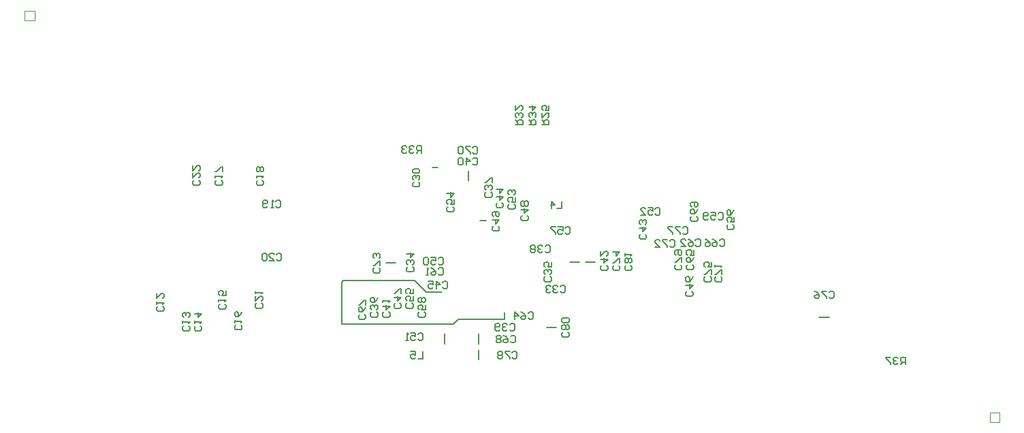
<source format=gbo>
G04 Layer_Color=32896*
%FSLAX42Y42*%
%MOMM*%
G71*
G01*
G75*
%ADD54C,0.20*%
%ADD58C,0.20*%
%ADD104C,0.10*%
D54*
X5505Y4105D02*
X5575D01*
X5660Y1920D02*
Y2040D01*
X6100Y3450D02*
X6180D01*
X5430Y2560D02*
X5630D01*
X5290Y2700D02*
X5430Y2560D01*
X4400Y2700D02*
X5290D01*
X4380Y2680D02*
X4400Y2700D01*
X4380Y2160D02*
Y2680D01*
Y2160D02*
X5770D01*
X5830Y2220D01*
X6407D01*
X6409Y2221D01*
Y2308D01*
X5960Y3950D02*
Y4070D01*
X7410Y2930D02*
X7530D01*
X7220D02*
X7340D01*
X4930Y2920D02*
X5050D01*
X6080Y1720D02*
Y1840D01*
Y1920D02*
Y2040D01*
X6930Y2120D02*
X7050D01*
X10320Y2250D02*
X10440D01*
X6708Y4641D02*
X6798D01*
Y4686D01*
X6783Y4701D01*
X6753D01*
X6738Y4686D01*
Y4641D01*
Y4671D02*
X6708Y4701D01*
X6783Y4731D02*
X6798Y4746D01*
Y4776D01*
X6783Y4791D01*
X6768D01*
X6753Y4776D01*
Y4761D01*
Y4776D01*
X6738Y4791D01*
X6723D01*
X6708Y4776D01*
Y4746D01*
X6723Y4731D01*
X6708Y4866D02*
X6798D01*
X6753Y4821D01*
Y4881D01*
X5370Y4290D02*
Y4380D01*
X5325D01*
X5310Y4365D01*
Y4335D01*
X5325Y4320D01*
X5370D01*
X5340D02*
X5310Y4290D01*
X5280Y4365D02*
X5265Y4380D01*
X5235D01*
X5220Y4365D01*
Y4350D01*
X5235Y4335D01*
X5250D01*
X5235D01*
X5220Y4320D01*
Y4305D01*
X5235Y4290D01*
X5265D01*
X5280Y4305D01*
X5190Y4365D02*
X5175Y4380D01*
X5145D01*
X5130Y4365D01*
Y4350D01*
X5145Y4335D01*
X5160D01*
X5145D01*
X5130Y4320D01*
Y4305D01*
X5145Y4290D01*
X5175D01*
X5190Y4305D01*
X6540Y4640D02*
X6630D01*
Y4685D01*
X6615Y4700D01*
X6585D01*
X6570Y4685D01*
Y4640D01*
Y4670D02*
X6540Y4700D01*
X6615Y4730D02*
X6630Y4745D01*
Y4775D01*
X6615Y4790D01*
X6600D01*
X6585Y4775D01*
Y4760D01*
Y4775D01*
X6570Y4790D01*
X6555D01*
X6540Y4775D01*
Y4745D01*
X6555Y4730D01*
X6540Y4880D02*
Y4820D01*
X6600Y4880D01*
X6615D01*
X6630Y4865D01*
Y4835D01*
X6615Y4820D01*
X6870Y4640D02*
X6960D01*
Y4685D01*
X6945Y4700D01*
X6915D01*
X6900Y4685D01*
Y4640D01*
Y4670D02*
X6870Y4700D01*
Y4790D02*
Y4730D01*
X6930Y4790D01*
X6945D01*
X6960Y4775D01*
Y4745D01*
X6945Y4730D01*
X6960Y4880D02*
Y4820D01*
X6915D01*
X6930Y4850D01*
Y4865D01*
X6915Y4880D01*
X6885D01*
X6870Y4865D01*
Y4835D01*
X6885Y4820D01*
X5390Y1820D02*
Y1730D01*
X5330D01*
X5240Y1820D02*
X5300D01*
Y1775D01*
X5270Y1790D01*
X5255D01*
X5240Y1775D01*
Y1745D01*
X5255Y1730D01*
X5285D01*
X5300Y1745D01*
X7975Y2890D02*
X7990Y2875D01*
Y2845D01*
X7975Y2830D01*
X7915D01*
X7900Y2845D01*
Y2875D01*
X7915Y2890D01*
X7975Y2920D02*
X7990Y2935D01*
Y2965D01*
X7975Y2980D01*
X7960D01*
X7945Y2965D01*
X7930Y2980D01*
X7915D01*
X7900Y2965D01*
Y2935D01*
X7915Y2920D01*
X7930D01*
X7945Y2935D01*
X7960Y2920D01*
X7975D01*
X7945Y2935D02*
Y2965D01*
X7900Y3010D02*
Y3040D01*
Y3025D01*
X7990D01*
X7975Y3010D01*
X7195Y2060D02*
X7210Y2045D01*
Y2015D01*
X7195Y2000D01*
X7135D01*
X7120Y2015D01*
Y2045D01*
X7135Y2060D01*
X7195Y2090D02*
X7210Y2105D01*
Y2135D01*
X7195Y2150D01*
X7180D01*
X7165Y2135D01*
X7150Y2150D01*
X7135D01*
X7120Y2135D01*
Y2105D01*
X7135Y2090D01*
X7150D01*
X7165Y2105D01*
X7180Y2090D01*
X7195D01*
X7165Y2105D02*
Y2135D01*
X7195Y2180D02*
X7210Y2195D01*
Y2225D01*
X7195Y2240D01*
X7135D01*
X7120Y2225D01*
Y2195D01*
X7135Y2180D01*
X7195D01*
X8595Y2900D02*
X8610Y2885D01*
Y2855D01*
X8595Y2840D01*
X8535D01*
X8520Y2855D01*
Y2885D01*
X8535Y2900D01*
X8610Y2930D02*
Y2990D01*
X8595D01*
X8535Y2930D01*
X8520D01*
X8535Y3020D02*
X8520Y3035D01*
Y3065D01*
X8535Y3080D01*
X8595D01*
X8610Y3065D01*
Y3035D01*
X8595Y3020D01*
X8580D01*
X8565Y3035D01*
Y3080D01*
X6500Y1805D02*
X6515Y1820D01*
X6545D01*
X6560Y1805D01*
Y1745D01*
X6545Y1730D01*
X6515D01*
X6500Y1745D01*
X6470Y1820D02*
X6410D01*
Y1805D01*
X6470Y1745D01*
Y1730D01*
X6380Y1805D02*
X6365Y1820D01*
X6335D01*
X6320Y1805D01*
Y1790D01*
X6335Y1775D01*
X6320Y1760D01*
Y1745D01*
X6335Y1730D01*
X6365D01*
X6380Y1745D01*
Y1760D01*
X6365Y1775D01*
X6380Y1790D01*
Y1805D01*
X6365Y1775D02*
X6335D01*
X8620Y3355D02*
X8635Y3370D01*
X8665D01*
X8680Y3355D01*
Y3295D01*
X8665Y3280D01*
X8635D01*
X8620Y3295D01*
X8590Y3370D02*
X8530D01*
Y3355D01*
X8590Y3295D01*
Y3280D01*
X8500Y3370D02*
X8440D01*
Y3355D01*
X8500Y3295D01*
Y3280D01*
X10440Y2556D02*
X10455Y2571D01*
X10485D01*
X10500Y2556D01*
Y2496D01*
X10485Y2481D01*
X10455D01*
X10440Y2496D01*
X10410Y2571D02*
X10350D01*
Y2556D01*
X10410Y2496D01*
Y2481D01*
X10260Y2571D02*
X10290Y2556D01*
X10320Y2526D01*
Y2496D01*
X10305Y2481D01*
X10275D01*
X10260Y2496D01*
Y2511D01*
X10275Y2526D01*
X10320D01*
X8965Y2750D02*
X8980Y2735D01*
Y2705D01*
X8965Y2690D01*
X8905D01*
X8890Y2705D01*
Y2735D01*
X8905Y2750D01*
X8980Y2780D02*
Y2840D01*
X8965D01*
X8905Y2780D01*
X8890D01*
X8980Y2930D02*
Y2870D01*
X8935D01*
X8950Y2900D01*
Y2915D01*
X8935Y2930D01*
X8905D01*
X8890Y2915D01*
Y2885D01*
X8905Y2870D01*
X7825Y2890D02*
X7840Y2875D01*
Y2845D01*
X7825Y2830D01*
X7765D01*
X7750Y2845D01*
Y2875D01*
X7765Y2890D01*
X7840Y2920D02*
Y2980D01*
X7825D01*
X7765Y2920D01*
X7750D01*
Y3055D02*
X7840D01*
X7795Y3010D01*
Y3070D01*
X4845Y2860D02*
X4860Y2845D01*
Y2815D01*
X4845Y2800D01*
X4785D01*
X4770Y2815D01*
Y2845D01*
X4785Y2860D01*
X4860Y2890D02*
Y2950D01*
X4845D01*
X4785Y2890D01*
X4770D01*
X4845Y2980D02*
X4860Y2995D01*
Y3025D01*
X4845Y3040D01*
X4830D01*
X4815Y3025D01*
Y3010D01*
Y3025D01*
X4800Y3040D01*
X4785D01*
X4770Y3025D01*
Y2995D01*
X4785Y2980D01*
X8460Y3195D02*
X8475Y3210D01*
X8505D01*
X8520Y3195D01*
Y3135D01*
X8505Y3120D01*
X8475D01*
X8460Y3135D01*
X8430Y3210D02*
X8370D01*
Y3195D01*
X8430Y3135D01*
Y3120D01*
X8280D02*
X8340D01*
X8280Y3180D01*
Y3195D01*
X8295Y3210D01*
X8325D01*
X8340Y3195D01*
X9095Y2750D02*
X9110Y2735D01*
Y2705D01*
X9095Y2690D01*
X9035D01*
X9020Y2705D01*
Y2735D01*
X9035Y2750D01*
X9110Y2780D02*
Y2840D01*
X9095D01*
X9035Y2780D01*
X9020D01*
Y2870D02*
Y2900D01*
Y2885D01*
X9110D01*
X9095Y2870D01*
X6010Y4355D02*
X6025Y4370D01*
X6055D01*
X6070Y4355D01*
Y4295D01*
X6055Y4280D01*
X6025D01*
X6010Y4295D01*
X5980Y4370D02*
X5920D01*
Y4355D01*
X5980Y4295D01*
Y4280D01*
X5890Y4355D02*
X5875Y4370D01*
X5845D01*
X5830Y4355D01*
Y4295D01*
X5845Y4280D01*
X5875D01*
X5890Y4295D01*
Y4355D01*
X8795Y3500D02*
X8810Y3485D01*
Y3455D01*
X8795Y3440D01*
X8735D01*
X8720Y3455D01*
Y3485D01*
X8735Y3500D01*
X8810Y3590D02*
X8795Y3560D01*
X8765Y3530D01*
X8735D01*
X8720Y3545D01*
Y3575D01*
X8735Y3590D01*
X8750D01*
X8765Y3575D01*
Y3530D01*
X8735Y3620D02*
X8720Y3635D01*
Y3665D01*
X8735Y3680D01*
X8795D01*
X8810Y3665D01*
Y3635D01*
X8795Y3620D01*
X8780D01*
X8765Y3635D01*
Y3680D01*
X6480Y2005D02*
X6495Y2020D01*
X6525D01*
X6540Y2005D01*
Y1945D01*
X6525Y1930D01*
X6495D01*
X6480Y1945D01*
X6390Y2020D02*
X6420Y2005D01*
X6450Y1975D01*
Y1945D01*
X6435Y1930D01*
X6405D01*
X6390Y1945D01*
Y1960D01*
X6405Y1975D01*
X6450D01*
X6360Y2005D02*
X6345Y2020D01*
X6315D01*
X6300Y2005D01*
Y1990D01*
X6315Y1975D01*
X6300Y1960D01*
Y1945D01*
X6315Y1930D01*
X6345D01*
X6360Y1945D01*
Y1960D01*
X6345Y1975D01*
X6360Y1990D01*
Y2005D01*
X6345Y1975D02*
X6315D01*
X4665Y2280D02*
X4680Y2265D01*
Y2235D01*
X4665Y2220D01*
X4605D01*
X4590Y2235D01*
Y2265D01*
X4605Y2280D01*
X4680Y2370D02*
X4665Y2340D01*
X4635Y2310D01*
X4605D01*
X4590Y2325D01*
Y2355D01*
X4605Y2370D01*
X4620D01*
X4635Y2355D01*
Y2310D01*
X4680Y2400D02*
Y2460D01*
X4665D01*
X4605Y2400D01*
X4590D01*
X9080Y3205D02*
X9095Y3220D01*
X9125D01*
X9140Y3205D01*
Y3145D01*
X9125Y3130D01*
X9095D01*
X9080Y3145D01*
X8990Y3220D02*
X9020Y3205D01*
X9050Y3175D01*
Y3145D01*
X9035Y3130D01*
X9005D01*
X8990Y3145D01*
Y3160D01*
X9005Y3175D01*
X9050D01*
X8900Y3220D02*
X8930Y3205D01*
X8960Y3175D01*
Y3145D01*
X8945Y3130D01*
X8915D01*
X8900Y3145D01*
Y3160D01*
X8915Y3175D01*
X8960D01*
X8745Y2900D02*
X8760Y2885D01*
Y2855D01*
X8745Y2840D01*
X8685D01*
X8670Y2855D01*
Y2885D01*
X8685Y2900D01*
X8760Y2990D02*
X8745Y2960D01*
X8715Y2930D01*
X8685D01*
X8670Y2945D01*
Y2975D01*
X8685Y2990D01*
X8700D01*
X8715Y2975D01*
Y2930D01*
X8760Y3080D02*
Y3020D01*
X8715D01*
X8730Y3050D01*
Y3065D01*
X8715Y3080D01*
X8685D01*
X8670Y3065D01*
Y3035D01*
X8685Y3020D01*
X6700Y2295D02*
X6715Y2310D01*
X6745D01*
X6760Y2295D01*
Y2235D01*
X6745Y2220D01*
X6715D01*
X6700Y2235D01*
X6610Y2310D02*
X6640Y2295D01*
X6670Y2265D01*
Y2235D01*
X6655Y2220D01*
X6625D01*
X6610Y2235D01*
Y2250D01*
X6625Y2265D01*
X6670D01*
X6535Y2220D02*
Y2310D01*
X6580Y2265D01*
X6520D01*
X8780Y3205D02*
X8795Y3220D01*
X8825D01*
X8840Y3205D01*
Y3145D01*
X8825Y3130D01*
X8795D01*
X8780Y3145D01*
X8690Y3220D02*
X8720Y3205D01*
X8750Y3175D01*
Y3145D01*
X8735Y3130D01*
X8705D01*
X8690Y3145D01*
Y3160D01*
X8705Y3175D01*
X8750D01*
X8600Y3130D02*
X8660D01*
X8600Y3190D01*
Y3205D01*
X8615Y3220D01*
X8645D01*
X8660Y3205D01*
X5580Y2845D02*
X5595Y2860D01*
X5625D01*
X5640Y2845D01*
Y2785D01*
X5625Y2770D01*
X5595D01*
X5580Y2785D01*
X5490Y2860D02*
X5520Y2845D01*
X5550Y2815D01*
Y2785D01*
X5535Y2770D01*
X5505D01*
X5490Y2785D01*
Y2800D01*
X5505Y2815D01*
X5550D01*
X5460Y2770D02*
X5430D01*
X5445D01*
Y2860D01*
X5460Y2845D01*
X9060Y3535D02*
X9075Y3550D01*
X9105D01*
X9120Y3535D01*
Y3475D01*
X9105Y3460D01*
X9075D01*
X9060Y3475D01*
X8970Y3550D02*
X9030D01*
Y3505D01*
X9000Y3520D01*
X8985D01*
X8970Y3505D01*
Y3475D01*
X8985Y3460D01*
X9015D01*
X9030Y3475D01*
X8940D02*
X8925Y3460D01*
X8895D01*
X8880Y3475D01*
Y3535D01*
X8895Y3550D01*
X8925D01*
X8940Y3535D01*
Y3520D01*
X8925Y3505D01*
X8880D01*
X5405Y2310D02*
X5420Y2295D01*
Y2265D01*
X5405Y2250D01*
X5345D01*
X5330Y2265D01*
Y2295D01*
X5345Y2310D01*
X5420Y2400D02*
Y2340D01*
X5375D01*
X5390Y2370D01*
Y2385D01*
X5375Y2400D01*
X5345D01*
X5330Y2385D01*
Y2355D01*
X5345Y2340D01*
X5405Y2430D02*
X5420Y2445D01*
Y2475D01*
X5405Y2490D01*
X5390D01*
X5375Y2475D01*
X5360Y2490D01*
X5345D01*
X5330Y2475D01*
Y2445D01*
X5345Y2430D01*
X5360D01*
X5375Y2445D01*
X5390Y2430D01*
X5405D01*
X5375Y2445D02*
Y2475D01*
X7160Y3355D02*
X7175Y3370D01*
X7205D01*
X7220Y3355D01*
Y3295D01*
X7205Y3280D01*
X7175D01*
X7160Y3295D01*
X7070Y3370D02*
X7130D01*
Y3325D01*
X7100Y3340D01*
X7085D01*
X7070Y3325D01*
Y3295D01*
X7085Y3280D01*
X7115D01*
X7130Y3295D01*
X7040Y3370D02*
X6980D01*
Y3355D01*
X7040Y3295D01*
Y3280D01*
X9245Y3400D02*
X9260Y3385D01*
Y3355D01*
X9245Y3340D01*
X9185D01*
X9170Y3355D01*
Y3385D01*
X9185Y3400D01*
X9260Y3490D02*
Y3430D01*
X9215D01*
X9230Y3460D01*
Y3475D01*
X9215Y3490D01*
X9185D01*
X9170Y3475D01*
Y3445D01*
X9185Y3430D01*
X9260Y3580D02*
X9245Y3550D01*
X9215Y3520D01*
X9185D01*
X9170Y3535D01*
Y3565D01*
X9185Y3580D01*
X9200D01*
X9215Y3565D01*
Y3520D01*
X5255Y2420D02*
X5270Y2405D01*
Y2375D01*
X5255Y2360D01*
X5195D01*
X5180Y2375D01*
Y2405D01*
X5195Y2420D01*
X5270Y2510D02*
Y2450D01*
X5225D01*
X5240Y2480D01*
Y2495D01*
X5225Y2510D01*
X5195D01*
X5180Y2495D01*
Y2465D01*
X5195Y2450D01*
X5270Y2600D02*
Y2540D01*
X5225D01*
X5240Y2570D01*
Y2585D01*
X5225Y2600D01*
X5195D01*
X5180Y2585D01*
Y2555D01*
X5195Y2540D01*
X5765Y3620D02*
X5780Y3605D01*
Y3575D01*
X5765Y3560D01*
X5705D01*
X5690Y3575D01*
Y3605D01*
X5705Y3620D01*
X5780Y3710D02*
Y3650D01*
X5735D01*
X5750Y3680D01*
Y3695D01*
X5735Y3710D01*
X5705D01*
X5690Y3695D01*
Y3665D01*
X5705Y3650D01*
X5690Y3785D02*
X5780D01*
X5735Y3740D01*
Y3800D01*
X6525Y3650D02*
X6540Y3635D01*
Y3605D01*
X6525Y3590D01*
X6465D01*
X6450Y3605D01*
Y3635D01*
X6465Y3650D01*
X6540Y3740D02*
Y3680D01*
X6495D01*
X6510Y3710D01*
Y3725D01*
X6495Y3740D01*
X6465D01*
X6450Y3725D01*
Y3695D01*
X6465Y3680D01*
X6525Y3770D02*
X6540Y3785D01*
Y3815D01*
X6525Y3830D01*
X6510D01*
X6495Y3815D01*
Y3800D01*
Y3815D01*
X6480Y3830D01*
X6465D01*
X6450Y3815D01*
Y3785D01*
X6465Y3770D01*
X8280Y3595D02*
X8295Y3610D01*
X8325D01*
X8340Y3595D01*
Y3535D01*
X8325Y3520D01*
X8295D01*
X8280Y3535D01*
X8190Y3610D02*
X8250D01*
Y3565D01*
X8220Y3580D01*
X8205D01*
X8190Y3565D01*
Y3535D01*
X8205Y3520D01*
X8235D01*
X8250Y3535D01*
X8100Y3520D02*
X8160D01*
X8100Y3580D01*
Y3595D01*
X8115Y3610D01*
X8145D01*
X8160Y3595D01*
X5330Y2035D02*
X5345Y2050D01*
X5375D01*
X5390Y2035D01*
Y1975D01*
X5375Y1960D01*
X5345D01*
X5330Y1975D01*
X5240Y2050D02*
X5300D01*
Y2005D01*
X5270Y2020D01*
X5255D01*
X5240Y2005D01*
Y1975D01*
X5255Y1960D01*
X5285D01*
X5300Y1975D01*
X5210Y1960D02*
X5180D01*
X5195D01*
Y2050D01*
X5210Y2035D01*
X5580Y2975D02*
X5595Y2990D01*
X5625D01*
X5640Y2975D01*
Y2915D01*
X5625Y2900D01*
X5595D01*
X5580Y2915D01*
X5490Y2990D02*
X5550D01*
Y2945D01*
X5520Y2960D01*
X5505D01*
X5490Y2945D01*
Y2915D01*
X5505Y2900D01*
X5535D01*
X5550Y2915D01*
X5460Y2975D02*
X5445Y2990D01*
X5415D01*
X5400Y2975D01*
Y2915D01*
X5415Y2900D01*
X5445D01*
X5460Y2915D01*
Y2975D01*
X6326Y3378D02*
X6341Y3363D01*
Y3333D01*
X6326Y3318D01*
X6266D01*
X6251Y3333D01*
Y3363D01*
X6266Y3378D01*
X6251Y3453D02*
X6341D01*
X6296Y3408D01*
Y3468D01*
X6266Y3498D02*
X6251Y3513D01*
Y3543D01*
X6266Y3558D01*
X6326D01*
X6341Y3543D01*
Y3513D01*
X6326Y3498D01*
X6311D01*
X6296Y3513D01*
Y3558D01*
X6685Y3510D02*
X6700Y3495D01*
Y3465D01*
X6685Y3450D01*
X6625D01*
X6610Y3465D01*
Y3495D01*
X6625Y3510D01*
X6610Y3585D02*
X6700D01*
X6655Y3540D01*
Y3600D01*
X6685Y3630D02*
X6700Y3645D01*
Y3675D01*
X6685Y3690D01*
X6670D01*
X6655Y3675D01*
X6640Y3690D01*
X6625D01*
X6610Y3675D01*
Y3645D01*
X6625Y3630D01*
X6640D01*
X6655Y3645D01*
X6670Y3630D01*
X6685D01*
X6655Y3645D02*
Y3675D01*
X5105Y2420D02*
X5120Y2405D01*
Y2375D01*
X5105Y2360D01*
X5045D01*
X5030Y2375D01*
Y2405D01*
X5045Y2420D01*
X5030Y2495D02*
X5120D01*
X5075Y2450D01*
Y2510D01*
X5120Y2540D02*
Y2600D01*
X5105D01*
X5045Y2540D01*
X5030D01*
X8735Y2570D02*
X8750Y2555D01*
Y2525D01*
X8735Y2510D01*
X8675D01*
X8660Y2525D01*
Y2555D01*
X8675Y2570D01*
X8660Y2645D02*
X8750D01*
X8705Y2600D01*
Y2660D01*
X8750Y2750D02*
X8735Y2720D01*
X8705Y2690D01*
X8675D01*
X8660Y2705D01*
Y2735D01*
X8675Y2750D01*
X8690D01*
X8705Y2735D01*
Y2690D01*
X5638Y2680D02*
X5653Y2695D01*
X5683D01*
X5698Y2680D01*
Y2620D01*
X5683Y2605D01*
X5653D01*
X5638Y2620D01*
X5563Y2605D02*
Y2695D01*
X5608Y2650D01*
X5548D01*
X5458Y2695D02*
X5518D01*
Y2650D01*
X5488Y2665D01*
X5473D01*
X5458Y2650D01*
Y2620D01*
X5473Y2605D01*
X5503D01*
X5518Y2620D01*
X6375Y3670D02*
X6390Y3655D01*
Y3625D01*
X6375Y3610D01*
X6315D01*
X6300Y3625D01*
Y3655D01*
X6315Y3670D01*
X6300Y3745D02*
X6390D01*
X6345Y3700D01*
Y3760D01*
X6300Y3835D02*
X6390D01*
X6345Y3790D01*
Y3850D01*
X8155Y3280D02*
X8170Y3265D01*
Y3235D01*
X8155Y3220D01*
X8095D01*
X8080Y3235D01*
Y3265D01*
X8095Y3280D01*
X8080Y3355D02*
X8170D01*
X8125Y3310D01*
Y3370D01*
X8155Y3400D02*
X8170Y3415D01*
Y3445D01*
X8155Y3460D01*
X8140D01*
X8125Y3445D01*
Y3430D01*
Y3445D01*
X8110Y3460D01*
X8095D01*
X8080Y3445D01*
Y3415D01*
X8095Y3400D01*
X7675Y2890D02*
X7690Y2875D01*
Y2845D01*
X7675Y2830D01*
X7615D01*
X7600Y2845D01*
Y2875D01*
X7615Y2890D01*
X7600Y2965D02*
X7690D01*
X7645Y2920D01*
Y2980D01*
X7600Y3070D02*
Y3010D01*
X7660Y3070D01*
X7675D01*
X7690Y3055D01*
Y3025D01*
X7675Y3010D01*
X4965Y2310D02*
X4980Y2295D01*
Y2265D01*
X4965Y2250D01*
X4905D01*
X4890Y2265D01*
Y2295D01*
X4905Y2310D01*
X4890Y2385D02*
X4980D01*
X4935Y2340D01*
Y2400D01*
X4890Y2430D02*
Y2460D01*
Y2445D01*
X4980D01*
X4965Y2430D01*
X6010Y4215D02*
X6025Y4230D01*
X6055D01*
X6070Y4215D01*
Y4155D01*
X6055Y4140D01*
X6025D01*
X6010Y4155D01*
X5935Y4140D02*
Y4230D01*
X5980Y4185D01*
X5920D01*
X5890Y4215D02*
X5875Y4230D01*
X5845D01*
X5830Y4215D01*
Y4155D01*
X5845Y4140D01*
X5875D01*
X5890Y4155D01*
Y4215D01*
X6470Y2155D02*
X6485Y2170D01*
X6515D01*
X6530Y2155D01*
Y2095D01*
X6515Y2080D01*
X6485D01*
X6470Y2095D01*
X6440Y2155D02*
X6425Y2170D01*
X6395D01*
X6380Y2155D01*
Y2140D01*
X6395Y2125D01*
X6410D01*
X6395D01*
X6380Y2110D01*
Y2095D01*
X6395Y2080D01*
X6425D01*
X6440Y2095D01*
X6350D02*
X6335Y2080D01*
X6305D01*
X6290Y2095D01*
Y2155D01*
X6305Y2170D01*
X6335D01*
X6350Y2155D01*
Y2140D01*
X6335Y2125D01*
X6290D01*
X6910Y3125D02*
X6925Y3140D01*
X6955D01*
X6970Y3125D01*
Y3065D01*
X6955Y3050D01*
X6925D01*
X6910Y3065D01*
X6880Y3125D02*
X6865Y3140D01*
X6835D01*
X6820Y3125D01*
Y3110D01*
X6835Y3095D01*
X6850D01*
X6835D01*
X6820Y3080D01*
Y3065D01*
X6835Y3050D01*
X6865D01*
X6880Y3065D01*
X6790Y3125D02*
X6775Y3140D01*
X6745D01*
X6730Y3125D01*
Y3110D01*
X6745Y3095D01*
X6730Y3080D01*
Y3065D01*
X6745Y3050D01*
X6775D01*
X6790Y3065D01*
Y3080D01*
X6775Y3095D01*
X6790Y3110D01*
Y3125D01*
X6775Y3095D02*
X6745D01*
X6235Y3800D02*
X6250Y3785D01*
Y3755D01*
X6235Y3740D01*
X6175D01*
X6160Y3755D01*
Y3785D01*
X6175Y3800D01*
X6235Y3830D02*
X6250Y3845D01*
Y3875D01*
X6235Y3890D01*
X6220D01*
X6205Y3875D01*
Y3860D01*
Y3875D01*
X6190Y3890D01*
X6175D01*
X6160Y3875D01*
Y3845D01*
X6175Y3830D01*
X6250Y3920D02*
Y3980D01*
X6235D01*
X6175Y3920D01*
X6160D01*
X4815Y2310D02*
X4830Y2295D01*
Y2265D01*
X4815Y2250D01*
X4755D01*
X4740Y2265D01*
Y2295D01*
X4755Y2310D01*
X4815Y2340D02*
X4830Y2355D01*
Y2385D01*
X4815Y2400D01*
X4800D01*
X4785Y2385D01*
Y2370D01*
Y2385D01*
X4770Y2400D01*
X4755D01*
X4740Y2385D01*
Y2355D01*
X4755Y2340D01*
X4830Y2490D02*
X4815Y2460D01*
X4785Y2430D01*
X4755D01*
X4740Y2445D01*
Y2475D01*
X4755Y2490D01*
X4770D01*
X4785Y2475D01*
Y2430D01*
X6975Y2750D02*
X6990Y2735D01*
Y2705D01*
X6975Y2690D01*
X6915D01*
X6900Y2705D01*
Y2735D01*
X6915Y2750D01*
X6975Y2780D02*
X6990Y2795D01*
Y2825D01*
X6975Y2840D01*
X6960D01*
X6945Y2825D01*
Y2810D01*
Y2825D01*
X6930Y2840D01*
X6915D01*
X6900Y2825D01*
Y2795D01*
X6915Y2780D01*
X6990Y2930D02*
Y2870D01*
X6945D01*
X6960Y2900D01*
Y2915D01*
X6945Y2930D01*
X6915D01*
X6900Y2915D01*
Y2885D01*
X6915Y2870D01*
X5265Y2870D02*
X5280Y2855D01*
Y2825D01*
X5265Y2810D01*
X5205D01*
X5190Y2825D01*
Y2855D01*
X5205Y2870D01*
X5265Y2900D02*
X5280Y2915D01*
Y2945D01*
X5265Y2960D01*
X5250D01*
X5235Y2945D01*
Y2930D01*
Y2945D01*
X5220Y2960D01*
X5205D01*
X5190Y2945D01*
Y2915D01*
X5205Y2900D01*
X5190Y3035D02*
X5280D01*
X5235Y2990D01*
Y3050D01*
X7100Y2625D02*
X7115Y2640D01*
X7145D01*
X7160Y2625D01*
Y2565D01*
X7145Y2550D01*
X7115D01*
X7100Y2565D01*
X7070Y2625D02*
X7055Y2640D01*
X7025D01*
X7010Y2625D01*
Y2610D01*
X7025Y2595D01*
X7040D01*
X7025D01*
X7010Y2580D01*
Y2565D01*
X7025Y2550D01*
X7055D01*
X7070Y2565D01*
X6980Y2625D02*
X6965Y2640D01*
X6935D01*
X6920Y2625D01*
Y2610D01*
X6935Y2595D01*
X6950D01*
X6935D01*
X6920Y2580D01*
Y2565D01*
X6935Y2550D01*
X6965D01*
X6980Y2565D01*
X2605Y3950D02*
X2620Y3935D01*
Y3905D01*
X2605Y3890D01*
X2545D01*
X2530Y3905D01*
Y3935D01*
X2545Y3950D01*
X2530Y4040D02*
Y3980D01*
X2590Y4040D01*
X2605D01*
X2620Y4025D01*
Y3995D01*
X2605Y3980D01*
X2530Y4130D02*
Y4070D01*
X2590Y4130D01*
X2605D01*
X2620Y4115D01*
Y4085D01*
X2605Y4070D01*
X3385Y2420D02*
X3400Y2405D01*
Y2375D01*
X3385Y2360D01*
X3325D01*
X3310Y2375D01*
Y2405D01*
X3325Y2420D01*
X3310Y2510D02*
Y2450D01*
X3370Y2510D01*
X3385D01*
X3400Y2495D01*
Y2465D01*
X3385Y2450D01*
X3310Y2540D02*
Y2570D01*
Y2555D01*
X3400D01*
X3385Y2540D01*
X3570Y3026D02*
X3585Y3041D01*
X3615D01*
X3630Y3026D01*
Y2966D01*
X3615Y2951D01*
X3585D01*
X3570Y2966D01*
X3480Y2951D02*
X3540D01*
X3480Y3011D01*
Y3026D01*
X3495Y3041D01*
X3525D01*
X3540Y3026D01*
X3450D02*
X3435Y3041D01*
X3405D01*
X3390Y3026D01*
Y2966D01*
X3405Y2951D01*
X3435D01*
X3450Y2966D01*
Y3026D01*
X3562Y3687D02*
X3577Y3702D01*
X3607D01*
X3622Y3687D01*
Y3627D01*
X3607Y3612D01*
X3577D01*
X3562Y3627D01*
X3532Y3612D02*
X3502D01*
X3517D01*
Y3702D01*
X3532Y3687D01*
X3457Y3627D02*
X3442Y3612D01*
X3412D01*
X3397Y3627D01*
Y3687D01*
X3412Y3702D01*
X3442D01*
X3457Y3687D01*
Y3672D01*
X3442Y3657D01*
X3397D01*
X3395Y3950D02*
X3410Y3935D01*
Y3905D01*
X3395Y3890D01*
X3335D01*
X3320Y3905D01*
Y3935D01*
X3335Y3950D01*
X3320Y3980D02*
Y4010D01*
Y3995D01*
X3410D01*
X3395Y3980D01*
Y4055D02*
X3410Y4070D01*
Y4100D01*
X3395Y4115D01*
X3380D01*
X3365Y4100D01*
X3350Y4115D01*
X3335D01*
X3320Y4100D01*
Y4070D01*
X3335Y4055D01*
X3350D01*
X3365Y4070D01*
X3380Y4055D01*
X3395D01*
X3365Y4070D02*
Y4100D01*
X2885Y3950D02*
X2900Y3935D01*
Y3905D01*
X2885Y3890D01*
X2825D01*
X2810Y3905D01*
Y3935D01*
X2825Y3950D01*
X2810Y3980D02*
Y4010D01*
Y3995D01*
X2900D01*
X2885Y3980D01*
X2900Y4055D02*
Y4115D01*
X2885D01*
X2825Y4055D01*
X2810D01*
X3125Y2150D02*
X3140Y2135D01*
Y2105D01*
X3125Y2090D01*
X3065D01*
X3050Y2105D01*
Y2135D01*
X3065Y2150D01*
X3050Y2180D02*
Y2210D01*
Y2195D01*
X3140D01*
X3125Y2180D01*
X3140Y2315D02*
X3125Y2285D01*
X3095Y2255D01*
X3065D01*
X3050Y2270D01*
Y2300D01*
X3065Y2315D01*
X3080D01*
X3095Y2300D01*
Y2255D01*
X2925Y2410D02*
X2940Y2395D01*
Y2365D01*
X2925Y2350D01*
X2865D01*
X2850Y2365D01*
Y2395D01*
X2865Y2410D01*
X2850Y2440D02*
Y2470D01*
Y2455D01*
X2940D01*
X2925Y2440D01*
X2940Y2575D02*
Y2515D01*
X2895D01*
X2910Y2545D01*
Y2560D01*
X2895Y2575D01*
X2865D01*
X2850Y2560D01*
Y2530D01*
X2865Y2515D01*
X2625Y2140D02*
X2640Y2125D01*
Y2095D01*
X2625Y2080D01*
X2565D01*
X2550Y2095D01*
Y2125D01*
X2565Y2140D01*
X2550Y2170D02*
Y2200D01*
Y2185D01*
X2640D01*
X2625Y2170D01*
X2550Y2290D02*
X2640D01*
X2595Y2245D01*
Y2305D01*
X2475Y2140D02*
X2490Y2125D01*
Y2095D01*
X2475Y2080D01*
X2415D01*
X2400Y2095D01*
Y2125D01*
X2415Y2140D01*
X2400Y2170D02*
Y2200D01*
Y2185D01*
X2490D01*
X2475Y2170D01*
Y2245D02*
X2490Y2260D01*
Y2290D01*
X2475Y2305D01*
X2460D01*
X2445Y2290D01*
Y2275D01*
Y2290D01*
X2430Y2305D01*
X2415D01*
X2400Y2290D01*
Y2260D01*
X2415Y2245D01*
X2155Y2380D02*
X2170Y2365D01*
Y2335D01*
X2155Y2320D01*
X2095D01*
X2080Y2335D01*
Y2365D01*
X2095Y2380D01*
X2080Y2410D02*
Y2440D01*
Y2425D01*
X2170D01*
X2155Y2410D01*
X2080Y2545D02*
Y2485D01*
X2140Y2545D01*
X2155D01*
X2170Y2530D01*
Y2500D01*
X2155Y2485D01*
X11390Y1660D02*
Y1750D01*
X11345D01*
X11330Y1735D01*
Y1705D01*
X11345Y1690D01*
X11390D01*
X11360D02*
X11330Y1660D01*
X11300Y1735D02*
X11285Y1750D01*
X11255D01*
X11240Y1735D01*
Y1720D01*
X11255Y1705D01*
X11270D01*
X11255D01*
X11240Y1690D01*
Y1675D01*
X11255Y1660D01*
X11285D01*
X11300Y1675D01*
X11210Y1750D02*
X11150D01*
Y1735D01*
X11210Y1675D01*
Y1660D01*
D58*
X7117Y3684D02*
Y3600D01*
X7061D01*
X6991D02*
Y3684D01*
X7033Y3642D01*
X6977D01*
X5280Y3926D02*
X5266Y3912D01*
Y3884D01*
X5280Y3870D01*
X5336D01*
X5350Y3884D01*
Y3912D01*
X5336Y3926D01*
X5280Y3954D02*
X5266Y3968D01*
Y3996D01*
X5280Y4010D01*
X5294D01*
X5308Y3996D01*
Y3982D01*
Y3996D01*
X5322Y4010D01*
X5336D01*
X5350Y3996D01*
Y3968D01*
X5336Y3954D01*
X5280Y4038D02*
X5266Y4052D01*
Y4079D01*
X5280Y4093D01*
X5336D01*
X5350Y4079D01*
Y4052D01*
X5336Y4038D01*
X5280D01*
D104*
X440Y6060D02*
X560D01*
Y5940D02*
Y6060D01*
X440Y5940D02*
X560D01*
X440D02*
Y6060D01*
X12440Y1060D02*
X12560D01*
Y940D02*
Y1060D01*
X12440Y940D02*
X12560D01*
X12440D02*
Y1060D01*
M02*

</source>
